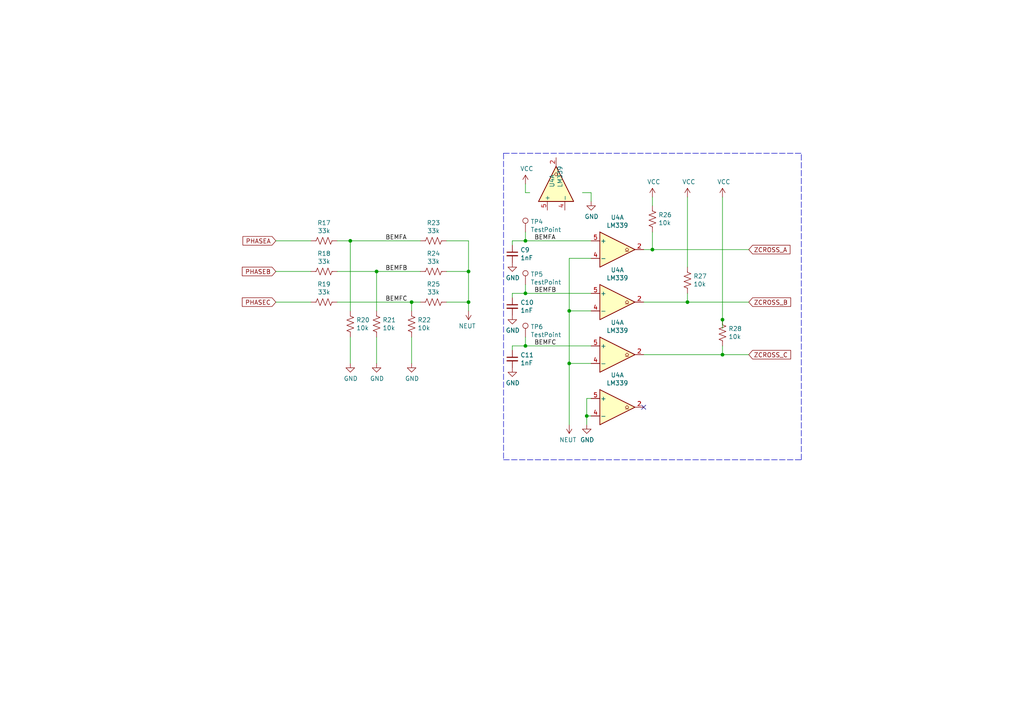
<source format=kicad_sch>
(kicad_sch (version 20211123) (generator eeschema)
  (paper "A4")
  (lib_symbols
    (symbol "Comparator:LM339" (pin_names (offset 0.127))
      (property "Reference" "U" (at 0 5.08 0))
      (property "Value" "LM339" (at 0 -5.08 0))
      (symbol "LM339_1_1"
        (polyline (pts (xy -5.08 5.08) (xy 5.08 0) (xy -5.08 -5.08) (xy -5.08 5.08)) (stroke (width 0.254)) (fill (type background)))
        (polyline (pts (xy 3.302 -0.508) (xy 2.794 -0.508) (xy 3.302 0) (xy 2.794 0.508) (xy 2.286 0) (xy 2.794 -0.508) (xy 2.286 -0.508)) (stroke (width 0.127)))
        (pin open_collector line (at 7.62 0 180) (length 2.54) (name "~") (number "2"))
        (pin input line (at -7.62 -2.54 0) (length 2.54) (name "-") (number "4"))
        (pin input line (at -7.62 2.54 0) (length 2.54) (name "+") (number "5"))
      )
      (symbol "LM339_2_1"
        (polyline (pts (xy -5.08 5.08) (xy 5.08 0) (xy -5.08 -5.08) (xy -5.08 5.08)) (stroke (width 0.254)) (fill (type background)))
        (polyline (pts (xy 3.302 -0.508) (xy 2.794 -0.508) (xy 3.302 0) (xy 2.794 0.508) (xy 2.286 0) (xy 2.794 -0.508) (xy 2.286 -0.508)) (stroke (width 0.127)))
        (pin open_collector line (at 7.62 0 180) (length 2.54) (name "~") (number "1"))
        (pin input line (at -7.62 -2.54 0) (length 2.54) (name "-") (number "6"))
        (pin input line (at -7.62 2.54 0) (length 2.54) (name "+") (number "7"))
      )
      (symbol "LM339_3_1"
        (polyline (pts (xy -5.08 5.08) (xy 5.08 0) (xy -5.08 -5.08) (xy -5.08 5.08)) (stroke (width 0.254)) (fill (type background)))
        (polyline (pts (xy 3.302 -0.508) (xy 2.794 -0.508) (xy 3.302 0) (xy 2.794 0.508) (xy 2.286 0) (xy 2.794 -0.508) (xy 2.286 -0.508)) (stroke (width 0.127)))
        (pin input line (at -7.62 -2.54 0) (length 2.54) (name "-") (number "10"))
        (pin input line (at -7.62 2.54 0) (length 2.54) (name "+") (number "11"))
        (pin open_collector line (at 7.62 0 180) (length 2.54) (name "~") (number "13"))
      )
      (symbol "LM339_4_1"
        (polyline (pts (xy -5.08 5.08) (xy 5.08 0) (xy -5.08 -5.08) (xy -5.08 5.08)) (stroke (width 0.254)) (fill (type background)))
        (polyline (pts (xy 3.302 -0.508) (xy 2.794 -0.508) (xy 3.302 0) (xy 2.794 0.508) (xy 2.286 0) (xy 2.794 -0.508) (xy 2.286 -0.508)) (stroke (width 0.127)))
        (pin open_collector line (at 7.62 0 180) (length 2.54) (name "~") (number "14"))
        (pin input line (at -7.62 -2.54 0) (length 2.54) (name "-") (number "8"))
        (pin input line (at -7.62 2.54 0) (length 2.54) (name "+") (number "9"))
      )
      (symbol "LM339_5_1"
        (pin power_in line (at -2.54 -7.62 90) (length 3.81) (name "V-") (number "12"))
        (pin power_in line (at -2.54 7.62 270) (length 3.81) (name "V+") (number "3"))
      )
    )
    (symbol "Connector:TestPoint" (pin_numbers hide) (pin_names (offset 0.762) hide)
      (property "Reference" "TP" (at 0 6.858 0))
      (property "Value" "TestPoint" (at 0 5.08 0))
      (symbol "TestPoint_0_1"
        (circle (center 0 3.302) (radius 0.762))
      )
      (symbol "TestPoint_1_1"
        (pin passive line (at 0 0 90) (length 2.54) (name "1") (number "1"))
      )
    )
    (symbol "Device:C_Small" (pin_numbers hide) (pin_names (offset 0.254) hide)
      (property "Reference" "C" (at 0.254 1.778 0))
      (property "Value" "C_Small" (at 0.254 -2.032 0))
      (symbol "C_Small_0_1"
        (polyline (pts (xy -1.524 -0.508) (xy 1.524 -0.508)) (stroke (width 0.3302)))
        (polyline (pts (xy -1.524 0.508) (xy 1.524 0.508)) (stroke (width 0.3048)))
      )
      (symbol "C_Small_1_1"
        (pin passive line (at 0 2.54 270) (length 2.032) (name "~") (number "1"))
        (pin passive line (at 0 -2.54 90) (length 2.032) (name "~") (number "2"))
      )
    )
    (symbol "Device:R_US" (pin_numbers hide) (pin_names (offset 0))
      (property "Reference" "R" (at 2.54 0 90))
      (property "Value" "R_US" (at -2.54 0 90))
      (symbol "R_US_0_1"
        (polyline (pts (xy 0 -2.286) (xy 0 -2.54)))
        (polyline (pts (xy 0 2.286) (xy 0 2.54)))
        (polyline (pts (xy 0 -0.762) (xy 1.016 -1.143) (xy 0 -1.524) (xy -1.016 -1.905) (xy 0 -2.286)))
        (polyline (pts (xy 0 0.762) (xy 1.016 0.381) (xy 0 0) (xy -1.016 -0.381) (xy 0 -0.762)))
        (polyline (pts (xy 0 2.286) (xy 1.016 1.905) (xy 0 1.524) (xy -1.016 1.143) (xy 0 0.762)))
      )
      (symbol "R_US_1_1"
        (pin passive line (at 0 3.81 270) (length 1.27) (name "~") (number "1"))
        (pin passive line (at 0 -3.81 90) (length 1.27) (name "~") (number "2"))
      )
    )
    (symbol "power:GND" (power) (pin_names (offset 0))
      (property "Value" "GND" (at 0 -3.81 0))
      (symbol "GND_0_1"
        (polyline (pts (xy 0 0) (xy 0 -1.27) (xy 1.27 -1.27) (xy 0 -2.54) (xy -1.27 -1.27) (xy 0 -1.27)))
      )
      (symbol "GND_1_1"
        (pin power_in line (at 0 0 270) (length 0) hide (name "GND") (number "1"))
      )
    )
    (symbol "power:NEUT" (power) (pin_names (offset 0))
      (property "Value" "NEUT" (at 0 3.81 0))
      (symbol "NEUT_0_1"
        (polyline (pts (xy -0.762 1.27) (xy 0 2.54)))
        (polyline (pts (xy 0 0) (xy 0 2.54)))
        (polyline (pts (xy 0 2.54) (xy 0.762 1.27)))
      )
      (symbol "NEUT_1_1"
        (pin power_in line (at 0 0 90) (length 0) hide (name "NEUT") (number "1"))
      )
    )
    (symbol "power:VCC" (power) (pin_names (offset 0))
      (property "Value" "VCC" (at 0 3.81 0))
      (symbol "VCC_0_1"
        (polyline (pts (xy -0.762 1.27) (xy 0 2.54)))
        (polyline (pts (xy 0 0) (xy 0 2.54)))
        (polyline (pts (xy 0 2.54) (xy 0.762 1.27)))
      )
      (symbol "VCC_1_1"
        (pin power_in line (at 0 0 90) (length 0) hide (name "VCC") (number "1"))
      )
    )
  )
  (junction (at 209.55 102.87))
  (junction (at 165.1 90.17))
  (junction (at 152.4 100.33))
  (junction (at 152.4 69.85))
  (junction (at 170.18 120.65))
  (junction (at 135.89 87.63))
  (junction (at 135.89 78.74))
  (junction (at 101.6 69.85))
  (junction (at 199.39 87.63))
  (junction (at 119.38 87.63))
  (junction (at 109.22 78.74))
  (junction (at 152.4 85.09))
  (junction (at 209.55 92.71))
  (junction (at 165.1 105.41))
  (junction (at 189.23 72.39))
  (no_connect (at 186.69 118.11))
  (wire (pts (xy 119.38 90.17) (xy 119.38 87.63)))
  (wire (pts (xy 90.17 78.74) (xy 80.01 78.74)))
  (wire (pts (xy 129.54 78.74) (xy 135.89 78.74)))
  (wire (pts (xy 165.1 105.41) (xy 171.45 105.41)))
  (wire (pts (xy 80.01 87.63) (xy 90.17 87.63)))
  (wire (pts (xy 97.79 78.74) (xy 109.22 78.74)))
  (wire (pts (xy 119.38 97.79) (xy 119.38 105.41)))
  (wire (pts (xy 152.4 97.79) (xy 152.4 100.33)))
  (wire (pts (xy 97.79 87.63) (xy 119.38 87.63)))
  (polyline (pts (xy 146.05 133.35) (xy 232.41 133.35)))
  (wire (pts (xy 101.6 97.79) (xy 101.6 105.41)))
  (wire (pts (xy 152.4 69.85) (xy 171.45 69.85)))
  (wire (pts (xy 189.23 57.15) (xy 189.23 59.69)))
  (wire (pts (xy 152.4 85.09) (xy 171.45 85.09)))
  (wire (pts (xy 170.18 120.65) (xy 171.45 120.65)))
  (wire (pts (xy 171.45 115.57) (xy 170.18 115.57)))
  (polyline (pts (xy 146.05 44.45) (xy 146.05 133.35)))
  (wire (pts (xy 109.22 78.74) (xy 121.92 78.74)))
  (wire (pts (xy 165.1 105.41) (xy 165.1 123.19)))
  (polyline (pts (xy 146.05 44.45) (xy 232.41 44.45)))
  (wire (pts (xy 209.55 95.25) (xy 209.55 92.71)))
  (wire (pts (xy 109.22 78.74) (xy 109.22 90.17)))
  (wire (pts (xy 148.59 101.6) (xy 148.59 100.33)))
  (wire (pts (xy 171.45 58.42) (xy 171.45 55.88)))
  (wire (pts (xy 199.39 57.15) (xy 199.39 77.47)))
  (wire (pts (xy 209.55 100.33) (xy 209.55 102.87)))
  (wire (pts (xy 171.45 74.93) (xy 165.1 74.93)))
  (wire (pts (xy 135.89 78.74) (xy 135.89 87.63)))
  (wire (pts (xy 135.89 78.74) (xy 135.89 69.85)))
  (wire (pts (xy 189.23 67.31) (xy 189.23 72.39)))
  (wire (pts (xy 80.01 69.85) (xy 90.17 69.85)))
  (wire (pts (xy 165.1 90.17) (xy 165.1 105.41)))
  (wire (pts (xy 129.54 69.85) (xy 135.89 69.85)))
  (wire (pts (xy 171.45 55.88) (xy 168.91 55.88)))
  (wire (pts (xy 170.18 115.57) (xy 170.18 120.65)))
  (wire (pts (xy 119.38 87.63) (xy 121.92 87.63)))
  (wire (pts (xy 165.1 90.17) (xy 171.45 90.17)))
  (wire (pts (xy 109.22 97.79) (xy 109.22 105.41)))
  (wire (pts (xy 152.4 69.85) (xy 148.59 69.85)))
  (wire (pts (xy 186.69 102.87) (xy 209.55 102.87)))
  (wire (pts (xy 148.59 85.09) (xy 152.4 85.09)))
  (wire (pts (xy 152.4 82.55) (xy 152.4 85.09)))
  (wire (pts (xy 97.79 69.85) (xy 101.6 69.85)))
  (wire (pts (xy 148.59 100.33) (xy 152.4 100.33)))
  (wire (pts (xy 209.55 102.87) (xy 217.17 102.87)))
  (wire (pts (xy 101.6 69.85) (xy 121.92 69.85)))
  (wire (pts (xy 152.4 53.34) (xy 152.4 55.88)))
  (wire (pts (xy 152.4 67.31) (xy 152.4 69.85)))
  (polyline (pts (xy 232.41 133.35) (xy 232.41 44.45)))
  (wire (pts (xy 129.54 87.63) (xy 135.89 87.63)))
  (wire (pts (xy 186.69 72.39) (xy 189.23 72.39)))
  (wire (pts (xy 189.23 72.39) (xy 217.17 72.39)))
  (wire (pts (xy 199.39 85.09) (xy 199.39 87.63)))
  (wire (pts (xy 148.59 69.85) (xy 148.59 71.12)))
  (wire (pts (xy 152.4 100.33) (xy 171.45 100.33)))
  (wire (pts (xy 148.59 86.36) (xy 148.59 85.09)))
  (wire (pts (xy 152.4 55.88) (xy 153.67 55.88)))
  (wire (pts (xy 186.69 87.63) (xy 199.39 87.63)))
  (wire (pts (xy 170.18 123.19) (xy 170.18 120.65)))
  (wire (pts (xy 209.55 92.71) (xy 209.55 57.15)))
  (wire (pts (xy 199.39 87.63) (xy 217.17 87.63)))
  (wire (pts (xy 165.1 74.93) (xy 165.1 90.17)))
  (wire (pts (xy 135.89 87.63) (xy 135.89 90.17)))
  (wire (pts (xy 101.6 69.85) (xy 101.6 90.17)))
  (label "BEMFA" (at 111.76 69.85 0))
  (label "BEMFA" (at 154.94 69.85 0))
  (label "BEMFB" (at 154.94 85.09 0))
  (label "BEMFC" (at 154.94 100.33 0))
  (label "BEMFC" (at 111.76 87.63 0))
  (label "BEMFB" (at 111.76 78.74 0))
  (global_label "ZCROSS_A" (shape input) (at 217.17 72.39 0) (property "Intersheet References" "${INTERSHEET_REFS}" (effects hide)))
  (global_label "ZCROSS_B" (shape input) (at 217.17 87.63 0) (property "Intersheet References" "${INTERSHEET_REFS}" (effects hide)))
  (global_label "PHASEA" (shape input) (at 80.01 69.85 180) (property "Intersheet References" "${INTERSHEET_REFS}" (effects hide)))
  (global_label "PHASEC" (shape input) (at 80.01 87.63 180) (property "Intersheet References" "${INTERSHEET_REFS}" (effects hide)))
  (global_label "ZCROSS_C" (shape input) (at 217.17 102.87 0) (property "Intersheet References" "${INTERSHEET_REFS}" (effects hide)))
  (global_label "PHASEB" (shape input) (at 80.01 78.74 180) (property "Intersheet References" "${INTERSHEET_REFS}" (effects hide)))
  (symbol (lib_id "Connector:TestPoint") (at 152.4 67.31 0) (unit 1)
    (property "Reference" "TP4" (at 153.8732 64.3128 0) (effects (justify left)))
    (property "Value" "TestPoint" (at 153.8732 66.6242 0) (effects (justify left)))
    (property "Footprint" "TestPoint:TestPoint_Pad_D1.0mm" (effects hide))
  )
  (symbol (lib_id "Connector:TestPoint") (at 152.4 82.55 0) (unit 1)
    (property "Reference" "TP5" (at 153.8732 79.5528 0) (effects (justify left)))
    (property "Value" "TestPoint" (at 153.8732 81.8642 0) (effects (justify left)))
    (property "Footprint" "TestPoint:TestPoint_Pad_D1.0mm" (effects hide))
  )
  (symbol (lib_id "Connector:TestPoint") (at 152.4 97.79 0) (unit 1)
    (property "Reference" "TP6" (at 153.8732 94.7928 0) (effects (justify left)))
    (property "Value" "TestPoint" (at 153.8732 97.1042 0) (effects (justify left)))
    (property "Footprint" "TestPoint:TestPoint_Pad_D1.0mm" (effects hide))
  )
  (symbol (lib_id "Device:C_Small") (at 148.59 88.9 0) (unit 1)
    (property "Reference" "C10" (at 150.9268 87.7316 0) (effects (justify left)))
    (property "Value" "1nF" (at 150.9268 90.043 0) (effects (justify left)))
    (property "Footprint" "Capacitor_SMD:C_0603_1608Metric_Pad1.08x0.95mm_HandSolder" (effects hide))
    (property "Digikey Number" "399-17878-1-ND" (effects hide))
  )
  (symbol (lib_id "Device:C_Small") (at 148.59 104.14 0) (unit 1)
    (property "Reference" "C11" (at 150.9268 102.9716 0) (effects (justify left)))
    (property "Value" "1nF" (at 150.9268 105.283 0) (effects (justify left)))
    (property "Footprint" "Capacitor_SMD:C_0603_1608Metric_Pad1.08x0.95mm_HandSolder" (effects hide))
    (property "Digikey Number" "399-17878-1-ND" (effects hide))
  )
  (symbol (lib_id "power:GND") (at 148.59 106.68 0) (unit 1)
    (property "Reference" "#PWR0103" (effects hide))
    (property "Value" "GND" (at 148.717 111.0742 0))
  )
  (symbol (lib_id "power:GND") (at 148.59 91.44 0) (unit 1)
    (property "Reference" "#PWR0104" (effects hide))
    (property "Value" "GND" (at 148.717 95.8342 0))
  )
  (symbol (lib_id "power:GND") (at 148.59 76.2 0) (unit 1)
    (property "Reference" "#PWR0105" (effects hide))
    (property "Value" "GND" (at 148.717 80.5942 0))
  )
  (symbol (lib_id "Device:C_Small") (at 148.59 73.66 0) (unit 1)
    (property "Reference" "C9" (at 150.9268 72.4916 0) (effects (justify left)))
    (property "Value" "1nF" (at 150.9268 74.803 0) (effects (justify left)))
    (property "Footprint" "Capacitor_SMD:C_0603_1608Metric_Pad1.08x0.95mm_HandSolder" (effects hide))
    (property "Digikey Number" "399-17878-1-ND" (effects hide))
  )
  (symbol (lib_id "power:GND") (at 119.38 105.41 0)
    (property "Reference" "#PWR029" (effects hide))
    (property "Value" "GND" (at 119.507 109.8042 0))
  )
  (symbol (lib_id "power:GND") (at 101.6 105.41 0)
    (property "Reference" "#PWR027" (effects hide))
    (property "Value" "GND" (at 101.727 109.8042 0))
  )
  (symbol (lib_id "power:GND") (at 109.22 105.41 0)
    (property "Reference" "#PWR028" (effects hide))
    (property "Value" "GND" (at 109.347 109.8042 0))
  )
  (symbol (lib_id "Device:R_US") (at 119.38 93.98 0)
    (property "Reference" "R22" (at 121.1072 92.8116 0) (effects (justify left)))
    (property "Value" "10k" (at 121.1072 95.123 0) (effects (justify left)))
    (property "Footprint" "Resistor_SMD:R_0603_1608Metric_Pad0.98x0.95mm_HandSolder" (effects hide))
    (property "Digikey Number" "RMCF0603FT10K0CT-ND" (effects hide))
  )
  (symbol (lib_id "Device:R_US") (at 109.22 93.98 0)
    (property "Reference" "R21" (at 110.9472 92.8116 0) (effects (justify left)))
    (property "Value" "10k" (at 110.9472 95.123 0) (effects (justify left)))
    (property "Footprint" "Resistor_SMD:R_0603_1608Metric_Pad0.98x0.95mm_HandSolder" (effects hide))
    (property "Digikey Number" "RMCF0603FT10K0CT-ND" (effects hide))
  )
  (symbol (lib_id "Device:R_US") (at 125.73 87.63 270)
    (property "Reference" "R25" (at 125.73 82.423 90))
    (property "Value" "33k" (at 125.73 84.7344 90))
    (property "Footprint" "Resistor_SMD:R_0603_1608Metric_Pad0.98x0.95mm_HandSolder" (effects hide))
    (property "Digikey Number" "RMCF0603FT33K0CT-ND" (effects hide))
  )
  (symbol (lib_id "Device:R_US") (at 93.98 87.63 270)
    (property "Reference" "R19" (at 93.98 82.423 90))
    (property "Value" "33k" (at 93.98 84.7344 90))
    (property "Footprint" "Resistor_SMD:R_0603_1608Metric_Pad0.98x0.95mm_HandSolder" (effects hide))
    (property "Digikey Number" "RMCF0603FT33K0CT-ND" (effects hide))
  )
  (symbol (lib_id "Device:R_US") (at 125.73 78.74 270)
    (property "Reference" "R24" (at 125.73 73.533 90))
    (property "Value" "33k" (at 125.73 75.8444 90))
    (property "Footprint" "Resistor_SMD:R_0603_1608Metric_Pad0.98x0.95mm_HandSolder" (effects hide))
    (property "Digikey Number" "RMCF0603FT33K0CT-ND" (effects hide))
  )
  (symbol (lib_id "Device:R_US") (at 93.98 78.74 270)
    (property "Reference" "R18" (at 93.98 73.533 90))
    (property "Value" "33k" (at 93.98 75.8444 90))
    (property "Footprint" "Resistor_SMD:R_0603_1608Metric_Pad0.98x0.95mm_HandSolder" (effects hide))
    (property "Digikey Number" "RMCF0603FT33K0CT-ND" (effects hide))
  )
  (symbol (lib_id "power:NEUT") (at 135.89 90.17 180)
    (property "Reference" "#PWR030" (effects hide))
    (property "Value" "NEUT" (at 135.509 94.5642 0))
  )
  (symbol (lib_id "Device:R_US") (at 125.73 69.85 270)
    (property "Reference" "R23" (at 125.73 64.643 90))
    (property "Value" "33k" (at 125.73 66.9544 90))
    (property "Footprint" "Resistor_SMD:R_0603_1608Metric_Pad0.98x0.95mm_HandSolder" (effects hide))
    (property "Digikey Number" "RMCF0603FT33K0CT-ND" (effects hide))
  )
  (symbol (lib_id "Device:R_US") (at 93.98 69.85 270)
    (property "Reference" "R17" (at 93.98 64.643 90))
    (property "Value" "33k" (at 93.98 66.9544 90))
    (property "Footprint" "Resistor_SMD:R_0603_1608Metric_Pad0.98x0.95mm_HandSolder" (effects hide))
    (property "Digikey Number" "RMCF0603FT33K0CT-ND" (effects hide))
  )
  (symbol (lib_id "Device:R_US") (at 101.6 93.98 0)
    (property "Reference" "R20" (at 103.3272 92.8116 0) (effects (justify left)))
    (property "Value" "10k" (at 103.3272 95.123 0) (effects (justify left)))
    (property "Footprint" "Resistor_SMD:R_0603_1608Metric_Pad0.98x0.95mm_HandSolder" (effects hide))
    (property "Digikey Number" "RMCF0603FT10K0CT-ND" (effects hide))
  )
  (symbol (lib_id "Comparator:LM339") (at 161.29 53.34 90)
    (property "Reference" "U4" (at 160.1216 54.4068 0) (effects (justify left)))
    (property "Value" "LM339" (at 162.433 54.4068 0) (effects (justify left)))
    (property "Footprint" "Package_SO:SOIC-14_3.9x8.7mm_P1.27mm" (effects hide))
    (property "Datasheet" "https://www.st.com/resource/en/datasheet/lm139.pdf" (effects hide))
    (property "Digikey Number" "497-1586-1-ND" (effects hide))
  )
  (symbol (lib_id "Comparator:LM339") (at 179.07 118.11 0)
    (property "Reference" "U4" (at 179.07 108.7882 0))
    (property "Value" "LM339" (at 179.07 111.0996 0))
    (property "Footprint" "Package_SO:SOIC-14_3.9x8.7mm_P1.27mm" (effects hide))
    (property "Datasheet" "https://www.st.com/resource/en/datasheet/lm139.pdf" (effects hide))
    (property "Digikey Number" "497-1586-1-ND" (effects hide))
  )
  (symbol (lib_id "Comparator:LM339") (at 179.07 102.87 0)
    (property "Reference" "U4" (at 179.07 93.5482 0))
    (property "Value" "LM339" (at 179.07 95.8596 0))
    (property "Footprint" "Package_SO:SOIC-14_3.9x8.7mm_P1.27mm" (effects hide))
    (property "Datasheet" "https://www.st.com/resource/en/datasheet/lm139.pdf" (effects hide))
    (property "Digikey Number" "497-1586-1-ND" (effects hide))
  )
  (symbol (lib_id "Comparator:LM339") (at 179.07 87.63 0)
    (property "Reference" "U4" (at 179.07 78.3082 0))
    (property "Value" "LM339" (at 179.07 80.6196 0))
    (property "Footprint" "Package_SO:SOIC-14_3.9x8.7mm_P1.27mm" (effects hide))
    (property "Datasheet" "https://www.st.com/resource/en/datasheet/lm139.pdf" (effects hide))
    (property "Digikey Number" "497-1586-1-ND" (effects hide))
  )
  (symbol (lib_id "Comparator:LM339") (at 179.07 72.39 0)
    (property "Reference" "U4" (at 179.07 63.0682 0))
    (property "Value" "LM339" (at 179.07 65.3796 0))
    (property "Footprint" "Package_SO:SOIC-14_3.9x8.7mm_P1.27mm" (effects hide))
    (property "Datasheet" "https://www.st.com/resource/en/datasheet/lm139.pdf" (effects hide))
    (property "Digikey Number" "497-1586-1-ND" (effects hide))
  )
  (symbol (lib_id "power:NEUT") (at 165.1 123.19 180)
    (property "Reference" "#PWR032" (effects hide))
    (property "Value" "NEUT" (at 164.719 127.5842 0))
  )
  (symbol (lib_id "power:GND") (at 170.18 123.19 0) (unit 1)
    (property "Reference" "#PWR033" (effects hide))
    (property "Value" "GND" (at 170.307 127.5842 0))
  )
  (symbol (lib_id "power:VCC") (at 152.4 53.34 0) (unit 1)
    (property "Reference" "#PWR031" (effects hide))
    (property "Value" "VCC" (at 152.781 48.9458 0))
  )
  (symbol (lib_id "power:GND") (at 171.45 58.42 0) (unit 1)
    (property "Reference" "#PWR034" (effects hide))
    (property "Value" "GND" (at 171.577 62.8142 0))
  )
  (symbol (lib_id "Device:R_US") (at 189.23 63.5 0) (unit 1)
    (property "Reference" "R26" (at 190.9572 62.3316 0) (effects (justify left)))
    (property "Value" "10k" (at 190.9572 64.643 0) (effects (justify left)))
    (property "Footprint" "Resistor_SMD:R_0603_1608Metric_Pad0.98x0.95mm_HandSolder" (effects hide))
    (property "Digikey Number" "RMCF0603FT10K0CT-ND" (effects hide))
  )
  (symbol (lib_id "power:VCC") (at 189.23 57.15 0) (unit 1)
    (property "Reference" "#PWR035" (effects hide))
    (property "Value" "VCC" (at 189.611 52.7558 0))
  )
  (symbol (lib_id "Device:R_US") (at 199.39 81.28 0) (unit 1)
    (property "Reference" "R27" (at 201.1172 80.1116 0) (effects (justify left)))
    (property "Value" "10k" (at 201.1172 82.423 0) (effects (justify left)))
    (property "Footprint" "Resistor_SMD:R_0603_1608Metric_Pad0.98x0.95mm_HandSolder" (effects hide))
    (property "Digikey Number" "RMCF0603FT10K0CT-ND" (effects hide))
  )
  (symbol (lib_id "power:VCC") (at 199.39 57.15 0) (unit 1)
    (property "Reference" "#PWR036" (effects hide))
    (property "Value" "VCC" (at 199.771 52.7558 0))
  )
  (symbol (lib_id "Device:R_US") (at 209.55 96.52 0) (unit 1)
    (property "Reference" "R28" (at 211.2772 95.3516 0) (effects (justify left)))
    (property "Value" "10k" (at 211.2772 97.663 0) (effects (justify left)))
    (property "Footprint" "Resistor_SMD:R_0603_1608Metric_Pad0.98x0.95mm_HandSolder" (effects hide))
    (property "Digikey Number" "RMCF0603FT10K0CT-ND" (effects hide))
  )
  (symbol (lib_id "power:VCC") (at 209.55 57.15 0) (unit 1)
    (property "Reference" "#PWR037" (effects hide))
    (property "Value" "VCC" (at 209.931 52.7558 0))
  )
)
</source>
